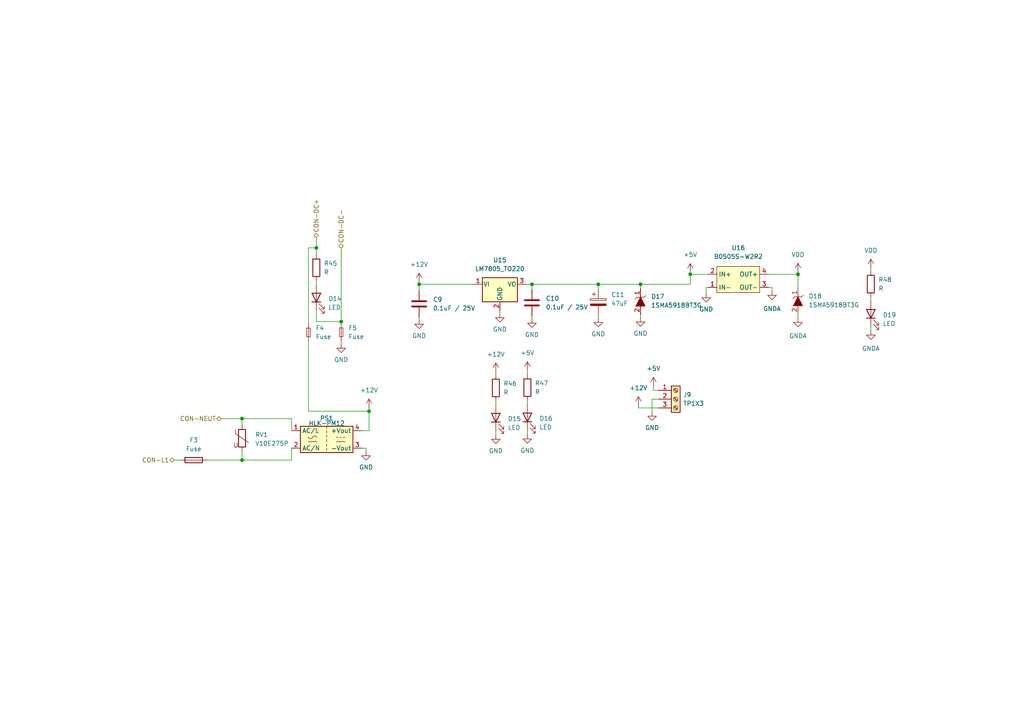
<source format=kicad_sch>
(kicad_sch (version 20211123) (generator eeschema)
  (paper "A4")
  (lib_symbols
    (symbol "Connector:Screw_Terminal_01x03" (pin_names (offset 1.016) hide)
      (property "Reference" "J" (at 0 5.08 0))
      (property "Value" "Screw_Terminal_01x03" (at 0 -5.08 0))
      (symbol "Screw_Terminal_01x03_1_1"
        (rectangle (start -1.27 3.81) (end 1.27 -3.81) (stroke (width 0.254)) (fill (type background)))
        (circle (center 0 -2.54) (radius 0.635) (stroke (width 0.1524)))
        (polyline (pts (xy -0.5334 -2.2098) (xy 0.3302 -3.048)) (stroke (width 0.1524)))
        (polyline (pts (xy -0.5334 0.3302) (xy 0.3302 -0.508)) (stroke (width 0.1524)))
        (polyline (pts (xy -0.5334 2.8702) (xy 0.3302 2.032)) (stroke (width 0.1524)))
        (polyline (pts (xy -0.3556 -2.032) (xy 0.508 -2.8702)) (stroke (width 0.1524)))
        (polyline (pts (xy -0.3556 0.508) (xy 0.508 -0.3302)) (stroke (width 0.1524)))
        (polyline (pts (xy -0.3556 3.048) (xy 0.508 2.2098)) (stroke (width 0.1524)))
        (circle (center 0 0) (radius 0.635) (stroke (width 0.1524)))
        (circle (center 0 2.54) (radius 0.635) (stroke (width 0.1524)))
        (pin passive line (at -5.08 2.54 0) (length 3.81) (name "Pin_1") (number "1"))
        (pin passive line (at -5.08 0 0) (length 3.81) (name "Pin_2") (number "2"))
        (pin passive line (at -5.08 -2.54 0) (length 3.81) (name "Pin_3") (number "3"))
      )
    )
    (symbol "Converter_ACDC:HLK-PM12"
      (property "Reference" "PS" (at 0 5.08 0))
      (property "Value" "HLK-PM12" (at 0 -5.08 0))
      (symbol "HLK-PM12_0_1"
        (rectangle (start -7.62 3.81) (end 7.62 -3.81) (stroke (width 0.254)) (fill (type background)))
        (arc (start -5.334 0.635) (mid -4.699 0.2495) (end -4.064 0.635))
        (arc (start -2.794 0.635) (mid -3.429 1.0072) (end -4.064 0.635))
        (polyline (pts (xy -5.334 -0.635) (xy -2.794 -0.635)))
        (polyline (pts (xy 0 -2.54) (xy 0 -3.175)))
        (polyline (pts (xy 0 -1.27) (xy 0 -1.905)))
        (polyline (pts (xy 0 0) (xy 0 -0.635)))
        (polyline (pts (xy 0 1.27) (xy 0 0.635)))
        (polyline (pts (xy 0 2.54) (xy 0 1.905)))
        (polyline (pts (xy 0 3.81) (xy 0 3.175)))
        (polyline (pts (xy 2.794 -0.635) (xy 5.334 -0.635)))
        (polyline (pts (xy 2.794 0.635) (xy 3.302 0.635)))
        (polyline (pts (xy 3.81 0.635) (xy 4.318 0.635)))
        (polyline (pts (xy 4.826 0.635) (xy 5.334 0.635)))
      )
      (symbol "HLK-PM12_1_1"
        (pin power_in line (at -10.16 2.54 0) (length 2.54) (name "AC/L") (number "1"))
        (pin power_in line (at -10.16 -2.54 0) (length 2.54) (name "AC/N") (number "2"))
        (pin power_out line (at 10.16 -2.54 180) (length 2.54) (name "-Vout") (number "3"))
        (pin power_out line (at 10.16 2.54 180) (length 2.54) (name "+Vout") (number "4"))
      )
    )
    (symbol "Device:C" (pin_numbers hide) (pin_names (offset 0.254))
      (property "Reference" "C" (at 0.635 2.54 0))
      (property "Value" "C" (at 0.635 -2.54 0))
      (symbol "C_0_1"
        (polyline (pts (xy -2.032 -0.762) (xy 2.032 -0.762)) (stroke (width 0.508)))
        (polyline (pts (xy -2.032 0.762) (xy 2.032 0.762)) (stroke (width 0.508)))
      )
      (symbol "C_1_1"
        (pin passive line (at 0 3.81 270) (length 2.794) (name "~") (number "1"))
        (pin passive line (at 0 -3.81 90) (length 2.794) (name "~") (number "2"))
      )
    )
    (symbol "Device:C_Polarized" (pin_numbers hide) (pin_names (offset 0.254))
      (property "Reference" "C" (at 0.635 2.54 0))
      (property "Value" "C_Polarized" (at 0.635 -2.54 0))
      (symbol "C_Polarized_0_1"
        (rectangle (start -2.286 0.508) (end 2.286 1.016))
        (polyline (pts (xy -1.778 2.286) (xy -0.762 2.286)))
        (polyline (pts (xy -1.27 2.794) (xy -1.27 1.778)))
        (rectangle (start 2.286 -0.508) (end -2.286 -1.016) (fill (type outline)))
      )
      (symbol "C_Polarized_1_1"
        (pin passive line (at 0 3.81 270) (length 2.794) (name "~") (number "1"))
        (pin passive line (at 0 -3.81 90) (length 2.794) (name "~") (number "2"))
      )
    )
    (symbol "Device:Fuse" (pin_numbers hide) (pin_names (offset 0))
      (property "Reference" "F" (at 2.032 0 90))
      (property "Value" "Fuse" (at -1.905 0 90))
      (symbol "Fuse_0_1"
        (rectangle (start -0.762 -2.54) (end 0.762 2.54) (stroke (width 0.254)))
        (polyline (pts (xy 0 2.54) (xy 0 -2.54)))
      )
      (symbol "Fuse_1_1"
        (pin passive line (at 0 3.81 270) (length 1.27) (name "~") (number "1"))
        (pin passive line (at 0 -3.81 90) (length 1.27) (name "~") (number "2"))
      )
    )
    (symbol "Device:Fuse_Small" (pin_numbers hide) (pin_names (offset 0.254) hide)
      (property "Reference" "F" (at 0 -1.524 0))
      (property "Value" "Fuse_Small" (at 0 1.524 0))
      (symbol "Fuse_Small_0_1"
        (rectangle (start -1.27 0.508) (end 1.27 -0.508))
        (polyline (pts (xy -1.27 0) (xy 1.27 0)))
      )
      (symbol "Fuse_Small_1_1"
        (pin passive line (at -2.54 0 0) (length 1.27) (name "~") (number "1"))
        (pin passive line (at 2.54 0 180) (length 1.27) (name "~") (number "2"))
      )
    )
    (symbol "Device:LED" (pin_numbers hide) (pin_names (offset 1.016) hide)
      (property "Reference" "D" (at 0 2.54 0))
      (property "Value" "LED" (at 0 -2.54 0))
      (symbol "LED_0_1"
        (polyline (pts (xy -1.27 -1.27) (xy -1.27 1.27)) (stroke (width 0.254)))
        (polyline (pts (xy -1.27 0) (xy 1.27 0)))
        (polyline (pts (xy 1.27 -1.27) (xy 1.27 1.27) (xy -1.27 0) (xy 1.27 -1.27)) (stroke (width 0.254)))
        (polyline (pts (xy -3.048 -0.762) (xy -4.572 -2.286) (xy -3.81 -2.286) (xy -4.572 -2.286) (xy -4.572 -1.524)))
        (polyline (pts (xy -1.778 -0.762) (xy -3.302 -2.286) (xy -2.54 -2.286) (xy -3.302 -2.286) (xy -3.302 -1.524)))
      )
      (symbol "LED_1_1"
        (pin passive line (at -3.81 0 0) (length 2.54) (name "K") (number "1"))
        (pin passive line (at 3.81 0 180) (length 2.54) (name "A") (number "2"))
      )
    )
    (symbol "Device:R" (pin_numbers hide) (pin_names (offset 0))
      (property "Reference" "R" (at 2.032 0 90))
      (property "Value" "R" (at 0 0 90))
      (symbol "R_0_1"
        (rectangle (start -1.016 -2.54) (end 1.016 2.54) (stroke (width 0.254)))
      )
      (symbol "R_1_1"
        (pin passive line (at 0 3.81 270) (length 1.27) (name "~") (number "1"))
        (pin passive line (at 0 -3.81 90) (length 1.27) (name "~") (number "2"))
      )
    )
    (symbol "Device:Varistor" (pin_numbers hide) (pin_names (offset 0))
      (property "Reference" "RV" (at 3.175 0 90))
      (property "Value" "Varistor" (at -3.175 0 90))
      (symbol "Varistor_0_0"
        (text "U" (at -1.778 -2.032 0) (effects (font (size 1.27 1.27))))
      )
      (symbol "Varistor_0_1"
        (rectangle (start -1.016 -2.54) (end 1.016 2.54) (stroke (width 0.254)))
        (polyline (pts (xy -1.905 2.54) (xy -1.905 1.27) (xy 1.905 -1.27)))
      )
      (symbol "Varistor_1_1"
        (pin passive line (at 0 3.81 270) (length 1.27) (name "~") (number "1"))
        (pin passive line (at 0 -3.81 90) (length 1.27) (name "~") (number "2"))
      )
    )
    (symbol "Regulator_Linear:LM7805_TO220" (pin_names (offset 0.254))
      (property "Reference" "U" (at -3.81 3.175 0))
      (property "Value" "LM7805_TO220" (at 0 3.175 0))
      (symbol "LM7805_TO220_0_1"
        (rectangle (start -5.08 1.905) (end 5.08 -5.08) (stroke (width 0.254)) (fill (type background)))
      )
      (symbol "LM7805_TO220_1_1"
        (pin power_in line (at -7.62 0 0) (length 2.54) (name "VI") (number "1"))
        (pin power_in line (at 0 -7.62 90) (length 2.54) (name "GND") (number "2"))
        (pin power_out line (at 7.62 0 180) (length 2.54) (name "VO") (number "3"))
      )
    )
    (symbol "nuevos simvolos:1SMA5918BT3G"
      (property "Reference" "D" (at 0 -2.54 0))
      (property "Value" "1SMA5918BT3G" (at 0 -4.064 0))
      (symbol "1SMA5918BT3G_0_1"
        (polyline (pts (xy -0.762 -1.524) (xy -1.27 -1.016) (xy -1.27 1.016) (xy -1.778 1.524)))
        (polyline (pts (xy 1.27 -1.27) (xy 1.27 1.27) (xy -1.27 0) (xy 1.27 -1.27)) (stroke (width 0.254)) (fill (type outline)))
      )
      (symbol "1SMA5918BT3G_1_1"
        (pin passive line (at -3.81 0 0) (length 2.54) (name "") (number "1"))
        (pin passive line (at 3.81 0 180) (length 2.54) (name "") (number "2"))
      )
    )
    (symbol "nuevos simvolos:B0505S-W2R2"
      (property "Reference" "U" (at 0 6.604 0))
      (property "Value" "B0505S-W2R2" (at 0 4.9784 0))
      (symbol "B0505S-W2R2_0_1"
        (rectangle (start -6.35 4.064) (end 6.096 -3.556) (fill (type background)))
      )
      (symbol "B0505S-W2R2_1_1"
        (pin output line (at -8.89 -2.032 0) (length 2.54) (name "IN-") (number "1"))
        (pin input line (at -8.89 1.778 0) (length 2.54) (name "IN+") (number "2"))
        (pin output line (at 8.636 -2.032 180) (length 2.54) (name "OUT-") (number "3"))
        (pin output line (at 8.636 1.778 180) (length 2.54) (name "OUT+") (number "4"))
      )
    )
    (symbol "power:+12V" (power) (pin_names (offset 0))
      (property "Value" "+12V" (at 0 3.556 0))
      (symbol "+12V_0_1"
        (polyline (pts (xy -0.762 1.27) (xy 0 2.54)))
        (polyline (pts (xy 0 0) (xy 0 2.54)))
        (polyline (pts (xy 0 2.54) (xy 0.762 1.27)))
      )
      (symbol "+12V_1_1"
        (pin power_in line (at 0 0 90) (length 0) hide (name "+12V") (number "1"))
      )
    )
    (symbol "power:+5V" (power) (pin_names (offset 0))
      (property "Value" "+5V" (at 0 3.556 0))
      (symbol "+5V_0_1"
        (polyline (pts (xy -0.762 1.27) (xy 0 2.54)))
        (polyline (pts (xy 0 0) (xy 0 2.54)))
        (polyline (pts (xy 0 2.54) (xy 0.762 1.27)))
      )
      (symbol "+5V_1_1"
        (pin power_in line (at 0 0 90) (length 0) hide (name "+5V") (number "1"))
      )
    )
    (symbol "power:GND" (power) (pin_names (offset 0))
      (property "Value" "GND" (at 0 -3.81 0))
      (symbol "GND_0_1"
        (polyline (pts (xy 0 0) (xy 0 -1.27) (xy 1.27 -1.27) (xy 0 -2.54) (xy -1.27 -1.27) (xy 0 -1.27)))
      )
      (symbol "GND_1_1"
        (pin power_in line (at 0 0 270) (length 0) hide (name "GND") (number "1"))
      )
    )
    (symbol "power:GNDA" (power) (pin_names (offset 0))
      (property "Value" "GNDA" (at 0 -3.81 0))
      (symbol "GNDA_0_1"
        (polyline (pts (xy 0 0) (xy 0 -1.27) (xy 1.27 -1.27) (xy 0 -2.54) (xy -1.27 -1.27) (xy 0 -1.27)))
      )
      (symbol "GNDA_1_1"
        (pin power_in line (at 0 0 270) (length 0) hide (name "GNDA") (number "1"))
      )
    )
    (symbol "power:VDD" (power) (pin_names (offset 0))
      (property "Value" "VDD" (at 0 3.81 0))
      (symbol "VDD_0_1"
        (polyline (pts (xy -0.762 1.27) (xy 0 2.54)))
        (polyline (pts (xy 0 0) (xy 0 2.54)))
        (polyline (pts (xy 0 2.54) (xy 0.762 1.27)))
      )
      (symbol "VDD_1_1"
        (pin power_in line (at 0 0 90) (length 0) hide (name "VDD") (number "1"))
      )
    )
  )
  (junction (at 121.5644 82.4484))
  (junction (at 154.2796 82.4484))
  (junction (at 185.7756 82.4484))
  (junction (at 70.2056 121.412))
  (junction (at 70.2056 133.4516))
  (junction (at 107.0356 119.2784))
  (junction (at 231.4448 79.5528))
  (junction (at 91.7448 71.882))
  (junction (at 200.2028 79.5528))
  (junction (at 98.9584 93.2688))
  (junction (at 173.5328 82.4484))
  (wire (pts (xy 154.2796 82.4484) (xy 173.5328 82.4484)))
  (wire (pts (xy 200.2028 82.4484) (xy 200.2028 79.5528)))
  (wire (pts (xy 189.1284 115.7732) (xy 189.1284 119.4308)))
  (wire (pts (xy 231.4448 78.9432) (xy 231.4448 79.5528)))
  (wire (pts (xy 70.2056 121.412) (xy 84.582 121.412)))
  (wire (pts (xy 252.5776 94.8436) (xy 252.5776 95.9104)))
  (wire (pts (xy 89.4588 98.9584) (xy 89.4588 119.2784)))
  (wire (pts (xy 185.7756 82.4484) (xy 185.7756 83.6676)))
  (wire (pts (xy 70.2056 123.2916) (xy 70.2056 121.412)))
  (wire (pts (xy 222.9104 83.3628) (xy 223.9264 83.3628)))
  (wire (pts (xy 144.9832 90.0684) (xy 144.9832 90.8812)))
  (wire (pts (xy 173.5328 91.44) (xy 173.5328 92.2528)))
  (wire (pts (xy 252.5776 86.2076) (xy 252.5776 87.2236)))
  (wire (pts (xy 70.2056 130.9116) (xy 70.2056 133.4516)))
  (wire (pts (xy 84.582 133.4516) (xy 84.582 129.9972)))
  (wire (pts (xy 107.0356 124.9172) (xy 104.902 124.9172)))
  (wire (pts (xy 185.166 118.3132) (xy 190.9064 118.3132)))
  (wire (pts (xy 98.9584 93.2688) (xy 98.9584 93.8276)))
  (wire (pts (xy 173.5328 82.4484) (xy 185.7756 82.4484)))
  (wire (pts (xy 121.5644 91.948) (xy 121.5644 92.7608)))
  (wire (pts (xy 185.7756 82.4484) (xy 200.2028 82.4484)))
  (wire (pts (xy 91.7448 93.2688) (xy 91.7448 90.1192)))
  (wire (pts (xy 50.546 133.4516) (xy 52.3748 133.4516)))
  (wire (pts (xy 252.5776 77.724) (xy 252.5776 78.5876)))
  (wire (pts (xy 104.902 129.9972) (xy 106.172 129.9972)))
  (wire (pts (xy 91.7448 81.4832) (xy 91.7448 82.4992)))
  (wire (pts (xy 84.582 121.412) (xy 84.582 124.9172)))
  (wire (pts (xy 91.7448 68.9356) (xy 91.7448 71.882)))
  (wire (pts (xy 154.2796 91.6432) (xy 154.2796 92.456)))
  (wire (pts (xy 200.2028 79.5528) (xy 205.3844 79.5528)))
  (wire (pts (xy 107.0356 118.2624) (xy 107.0356 119.2784)))
  (wire (pts (xy 89.4588 71.882) (xy 91.7448 71.882)))
  (wire (pts (xy 152.9588 107.4928) (xy 152.9588 108.6104)))
  (wire (pts (xy 185.7756 91.2876) (xy 185.7756 92.1004)))
  (wire (pts (xy 231.4448 91.186) (xy 231.4448 92.2528)))
  (wire (pts (xy 59.9948 133.4516) (xy 70.2056 133.4516)))
  (wire (pts (xy 189.5348 112.014) (xy 189.5348 113.2332)))
  (wire (pts (xy 185.166 117.602) (xy 185.166 118.3132)))
  (wire (pts (xy 106.172 129.9972) (xy 106.172 130.9116)))
  (wire (pts (xy 152.9588 116.2304) (xy 152.9588 117.2464)))
  (wire (pts (xy 70.2056 133.4516) (xy 84.582 133.4516)))
  (wire (pts (xy 137.3632 82.4484) (xy 121.5644 82.4484)))
  (wire (pts (xy 89.4588 119.2784) (xy 107.0356 119.2784)))
  (wire (pts (xy 189.5348 113.2332) (xy 190.9064 113.2332)))
  (wire (pts (xy 98.9584 98.9076) (xy 98.9584 99.7204)))
  (wire (pts (xy 223.9264 83.3628) (xy 223.9264 84.3788)))
  (wire (pts (xy 231.4448 79.5528) (xy 231.4448 83.566)))
  (wire (pts (xy 143.8148 124.968) (xy 143.8148 126.1364)))
  (wire (pts (xy 64.1096 121.412) (xy 70.2056 121.412)))
  (wire (pts (xy 152.9588 124.8664) (xy 152.9588 126.0348)))
  (wire (pts (xy 152.6032 82.4484) (xy 154.2796 82.4484)))
  (wire (pts (xy 91.7448 71.882) (xy 91.7448 73.8632)))
  (wire (pts (xy 143.8148 107.8484) (xy 143.8148 108.712)))
  (wire (pts (xy 89.4588 93.8784) (xy 89.4588 71.882)))
  (wire (pts (xy 107.0356 119.2784) (xy 107.0356 124.9172)))
  (wire (pts (xy 173.5328 82.4484) (xy 173.5328 83.82)))
  (wire (pts (xy 98.9584 71.9836) (xy 98.9584 93.2688)))
  (wire (pts (xy 121.5644 82.4484) (xy 121.5644 84.328)))
  (wire (pts (xy 143.8148 116.332) (xy 143.8148 117.348)))
  (wire (pts (xy 98.9584 93.2688) (xy 91.7448 93.2688)))
  (wire (pts (xy 204.8256 85.09) (xy 204.8256 83.3628)))
  (wire (pts (xy 121.5644 81.788) (xy 121.5644 82.4484)))
  (wire (pts (xy 222.9104 79.5528) (xy 231.4448 79.5528)))
  (wire (pts (xy 204.8256 83.3628) (xy 205.3844 83.3628)))
  (wire (pts (xy 189.1284 115.7732) (xy 190.9064 115.7732)))
  (wire (pts (xy 200.2028 78.994) (xy 200.2028 79.5528)))
  (wire (pts (xy 154.2796 82.4484) (xy 154.2796 84.0232)))
  (hierarchical_label "CON-NEUT" (shape bidirectional) (at 64.1096 121.412 180))
  (hierarchical_label "CON-L1" (shape bidirectional) (at 50.546 133.4516 180))
  (hierarchical_label "CON-DC-" (shape bidirectional) (at 98.9584 71.9836 90))
  (hierarchical_label "CON-DC+" (shape bidirectional) (at 91.7448 68.9356 90))
  (symbol (lib_id "Device:Fuse") (at 56.1848 133.4516 270) (unit 1)
    (property "Reference" "F3" (at 56.1848 127.6604 90))
    (property "Value" "Fuse" (at 56.1848 130.2004 90))
    (property "Footprint" "Fuse:Fuseholder_Clip-5x20mm_Keystone_3517_Inline_P23.11x6.76mm_D1.70mm_Horizontal" (effects hide))
  )
  (symbol (lib_id "power:GND") (at 143.8148 126.1364 0) (unit 1)
    (property "Reference" "#PWR0156" (effects hide))
    (property "Value" "GND" (at 143.8148 130.7592 0))
  )
  (symbol (lib_id "nuevos simvolos:1SMA5918BT3G") (at 185.7756 87.4776 270) (unit 1)
    (property "Reference" "D17" (at 188.8236 86.017 90) (effects (justify left)))
    (property "Value" "1SMA5918BT3G" (at 188.8236 88.557 90) (effects (justify left)))
    (property "Footprint" "Diode_SMD:D_SMB" (effects hide))
    (property "Datasheet" "https://www.mouser.com/datasheet/2/308/1SMA5913BT3_D-2309368.pdf" (effects hide))
  )
  (symbol (lib_id "power:VDD") (at 252.5776 77.724 0) (unit 1)
    (property "Reference" "#PWR0162" (effects hide))
    (property "Value" "VDD" (at 252.5776 72.644 0))
  )
  (symbol (lib_id "power:+12V") (at 107.0356 118.2624 0) (unit 1)
    (property "Reference" "#PWR0171" (effects hide))
    (property "Value" "+12V" (at 107.0356 113.1824 0))
  )
  (symbol (lib_id "power:GND") (at 204.8256 85.09 0) (unit 1)
    (property "Reference" "#PWR0163" (effects hide))
    (property "Value" "GND" (at 204.8256 89.7128 0))
  )
  (symbol (lib_id "Device:R") (at 252.5776 82.3976 0) (unit 1)
    (property "Reference" "R48" (at 254.762 81.1275 0) (effects (justify left)))
    (property "Value" "R" (at 254.762 83.6675 0) (effects (justify left)))
    (property "Footprint" "Resistor_SMD:R_0805_2012Metric" (effects hide))
  )
  (symbol (lib_id "Device:LED") (at 143.8148 121.158 90) (unit 1)
    (property "Reference" "D15" (at 147.2692 121.4754 90) (effects (justify right)))
    (property "Value" "LED" (at 147.2692 124.0154 90) (effects (justify right)))
    (property "Footprint" "LED_SMD:LED_0805_2012Metric" (effects hide))
  )
  (symbol (lib_id "Device:LED") (at 252.5776 91.0336 90) (unit 1)
    (property "Reference" "D19" (at 256.032 91.351 90) (effects (justify right)))
    (property "Value" "LED" (at 256.032 93.891 90) (effects (justify right)))
    (property "Footprint" "LED_SMD:LED_0805_2012Metric" (effects hide))
  )
  (symbol (lib_id "Device:R") (at 152.9588 112.4204 0) (unit 1)
    (property "Reference" "R47" (at 155.1432 111.1503 0) (effects (justify left)))
    (property "Value" "R" (at 155.1432 113.6903 0) (effects (justify left)))
    (property "Footprint" "Resistor_SMD:R_0805_2012Metric" (effects hide))
  )
  (symbol (lib_id "power:GND") (at 152.9588 126.0348 0) (unit 1)
    (property "Reference" "#PWR0155" (effects hide))
    (property "Value" "GND" (at 152.9588 130.6576 0))
  )
  (symbol (lib_id "Device:LED") (at 152.9588 121.0564 90) (unit 1)
    (property "Reference" "D16" (at 156.4132 121.3738 90) (effects (justify right)))
    (property "Value" "LED" (at 156.4132 123.9138 90) (effects (justify right)))
    (property "Footprint" "LED_SMD:LED_0805_2012Metric" (effects hide))
  )
  (symbol (lib_id "Converter_ACDC:HLK-PM12") (at 94.742 127.4572 0) (unit 1)
    (property "Reference" "PS1" (at 94.742 121.3104 0))
    (property "Value" "HLK-PM12" (at 94.742 122.7836 0))
    (property "Footprint" "Converter_ACDC:Converter_ACDC_HiLink_HLK-PMxx" (effects hide))
    (property "Datasheet" "http://www.hlktech.net/product_detail.php?ProId=56" (effects hide))
  )
  (symbol (lib_id "Device:R") (at 91.7448 77.6732 0) (unit 1)
    (property "Reference" "R45" (at 93.9292 76.4031 0) (effects (justify left)))
    (property "Value" "R" (at 93.9292 78.9431 0) (effects (justify left)))
    (property "Footprint" "Resistor_SMD:R_0805_2012Metric" (effects hide))
  )
  (symbol (lib_id "power:GND") (at 189.1284 119.4308 0) (unit 1)
    (property "Reference" "#PWR0185" (effects hide))
    (property "Value" "GND" (at 189.1284 124.0536 0))
  )
  (symbol (lib_id "Device:Varistor") (at 70.2056 127.1016 0) (unit 1)
    (property "Reference" "RV1" (at 73.9648 126.0847 0) (effects (justify left)))
    (property "Value" "V10E275P" (at 73.9648 128.6247 0) (effects (justify left)))
    (property "Footprint" "varistor:VAR_B72210S1140K501" (effects hide))
  )
  (symbol (lib_id "nuevos simvolos:1SMA5918BT3G") (at 231.4448 87.376 270) (unit 1)
    (property "Reference" "D18" (at 234.4928 85.9154 90) (effects (justify left)))
    (property "Value" "1SMA5918BT3G" (at 234.4928 88.4554 90) (effects (justify left)))
    (property "Footprint" "Diode_SMD:D_SMB" (effects hide))
    (property "Datasheet" "https://www.mouser.com/datasheet/2/308/1SMA5913BT3_D-2309368.pdf" (effects hide))
  )
  (symbol (lib_id "power:GND") (at 185.7756 92.1004 0) (unit 1)
    (property "Reference" "#PWR0165" (effects hide))
    (property "Value" "GND" (at 185.7756 96.7232 0))
  )
  (symbol (lib_id "power:VDD") (at 231.4448 78.9432 0) (unit 1)
    (property "Reference" "#PWR0168" (effects hide))
    (property "Value" "VDD" (at 231.4448 73.8632 0))
  )
  (symbol (lib_id "power:GNDA") (at 252.5776 95.9104 0) (unit 1)
    (property "Reference" "#PWR0161" (effects hide))
    (property "Value" "GNDA" (at 252.5776 101.092 0))
  )
  (symbol (lib_id "power:GND") (at 154.2796 92.456 0) (unit 1)
    (property "Reference" "#PWR0154" (effects hide))
    (property "Value" "GND" (at 154.2796 97.0788 0))
  )
  (symbol (lib_id "power:+5V") (at 200.2028 78.994 0) (unit 1)
    (property "Reference" "#PWR0166" (effects hide))
    (property "Value" "+5V" (at 200.2028 73.8632 0))
  )
  (symbol (lib_id "power:+12V") (at 143.8148 107.8484 0) (unit 1)
    (property "Reference" "#PWR0159" (effects hide))
    (property "Value" "+12V" (at 143.8148 102.7684 0))
  )
  (symbol (lib_id "power:GNDA") (at 223.9264 84.3788 0) (unit 1)
    (property "Reference" "#PWR0169" (effects hide))
    (property "Value" "GNDA" (at 223.9264 89.5604 0))
  )
  (symbol (lib_id "power:GND") (at 144.9832 90.8812 0) (unit 1)
    (property "Reference" "#PWR0153" (effects hide))
    (property "Value" "GND" (at 144.9832 95.504 0))
  )
  (symbol (lib_id "Device:LED") (at 91.7448 86.3092 90) (unit 1)
    (property "Reference" "D14" (at 95.1992 86.6266 90) (effects (justify right)))
    (property "Value" "LED" (at 95.1992 89.1666 90) (effects (justify right)))
    (property "Footprint" "LED_SMD:LED_0805_2012Metric" (effects hide))
  )
  (symbol (lib_id "Device:C") (at 154.2796 87.8332 0) (unit 1)
    (property "Reference" "C10" (at 158.2928 86.5631 0) (effects (justify left)))
    (property "Value" "0.1uF / 25V" (at 158.2928 89.1031 0) (effects (justify left)))
    (property "Footprint" "Capacitor_SMD:C_0805_2012Metric" (effects hide))
  )
  (symbol (lib_id "power:GND") (at 106.172 130.9116 0) (unit 1)
    (property "Reference" "#PWR0170" (effects hide))
    (property "Value" "GND" (at 106.172 135.5344 0))
  )
  (symbol (lib_id "power:+12V") (at 121.5644 81.788 0) (unit 1)
    (property "Reference" "#PWR0157" (effects hide))
    (property "Value" "+12V" (at 121.5644 76.708 0))
  )
  (symbol (lib_id "power:GNDA") (at 231.4448 92.2528 0) (unit 1)
    (property "Reference" "#PWR0167" (effects hide))
    (property "Value" "GNDA" (at 231.4448 97.4344 0))
  )
  (symbol (lib_id "power:GND") (at 121.5644 92.7608 0) (unit 1)
    (property "Reference" "#PWR0158" (effects hide))
    (property "Value" "GND" (at 121.5644 97.3836 0))
  )
  (symbol (lib_id "power:GND") (at 98.9584 99.7204 0) (unit 1)
    (property "Reference" "#PWR0172" (effects hide))
    (property "Value" "GND" (at 98.9584 104.3432 0))
  )
  (symbol (lib_id "power:+5V") (at 152.9588 107.4928 0) (unit 1)
    (property "Reference" "#PWR0160" (effects hide))
    (property "Value" "+5V" (at 152.9588 102.362 0))
  )
  (symbol (lib_id "nuevos simvolos:B0505S-W2R2") (at 214.2744 81.3308 0) (unit 1)
    (property "Reference" "U16" (at 214.1474 71.882 0))
    (property "Value" "B0505S-W2R2" (at 214.1474 74.422 0))
    (property "Footprint" "nuevo simbolo:B0505S-W2R2" (effects hide))
    (property "Datasheet" "https://www.mouser.com/datasheet/2/942/SF_IB-1508439.pdf" (effects hide))
  )
  (symbol (lib_id "Device:R") (at 143.8148 112.522 0) (unit 1)
    (property "Reference" "R46" (at 145.9992 111.2519 0) (effects (justify left)))
    (property "Value" "R" (at 145.9992 113.7919 0) (effects (justify left)))
    (property "Footprint" "Resistor_SMD:R_0805_2012Metric" (effects hide))
  )
  (symbol (lib_id "Connector:Screw_Terminal_01x03") (at 195.9864 115.7732 0) (unit 1)
    (property "Reference" "J9" (at 198.12 114.5031 0) (effects (justify left)))
    (property "Value" "TP1X3" (at 198.12 117.0431 0) (effects (justify left)))
    (property "Footprint" "Connector_PinHeader_2.54mm:PinHeader_1x03_P2.54mm_Vertical" (effects hide))
  )
  (symbol (lib_id "power:GND") (at 173.5328 92.2528 0) (unit 1)
    (property "Reference" "#PWR0164" (effects hide))
    (property "Value" "GND" (at 173.5328 96.8756 0))
  )
  (symbol (lib_id "power:+5V") (at 189.5348 112.014 0) (unit 1)
    (property "Reference" "#PWR0186" (effects hide))
    (property "Value" "+5V" (at 189.5348 106.8832 0))
  )
  (symbol (lib_id "Device:Fuse_Small") (at 98.9584 96.3676 90) (unit 1)
    (property "Reference" "F5" (at 101.0412 95.0975 90) (effects (justify right)))
    (property "Value" "Fuse" (at 101.0412 97.6375 90) (effects (justify right)))
    (property "Footprint" "Nueva carpeta:RESC3115X65N" (effects hide))
  )
  (symbol (lib_id "Device:Fuse_Small") (at 89.4588 96.4184 90) (unit 1)
    (property "Reference" "F4" (at 91.5416 95.1483 90) (effects (justify right)))
    (property "Value" "Fuse" (at 91.5416 97.6883 90) (effects (justify right)))
    (property "Footprint" "Nueva carpeta:RESC3115X65N" (effects hide))
  )
  (symbol (lib_id "Device:C_Polarized") (at 173.5328 87.63 0) (unit 1)
    (property "Reference" "C11" (at 177.2412 85.4709 0) (effects (justify left)))
    (property "Value" "47uF" (at 177.2412 88.0109 0) (effects (justify left)))
    (property "Footprint" "Capacitor_SMD:CP_Elec_6.3x5.7" (effects hide))
  )
  (symbol (lib_id "Device:C") (at 121.5644 88.138 0) (unit 1)
    (property "Reference" "C9" (at 125.5776 86.8679 0) (effects (justify left)))
    (property "Value" "0.1uF / 25V" (at 125.5776 89.4079 0) (effects (justify left)))
    (property "Footprint" "Capacitor_SMD:C_0805_2012Metric" (effects hide))
  )
  (symbol (lib_id "Regulator_Linear:LM7805_TO220") (at 144.9832 82.4484 0) (unit 1)
    (property "Reference" "U15" (at 144.9832 75.438 0))
    (property "Value" "LM7805_TO220" (at 144.9832 77.978 0))
    (property "Footprint" "Package_TO_SOT_THT:TO-220-3_Vertical" (effects hide))
    (property "Datasheet" "https://www.onsemi.cn/PowerSolutions/document/MC7800-D.PDF" (effects hide))
  )
  (symbol (lib_id "power:+12V") (at 185.166 117.602 0) (unit 1)
    (property "Reference" "#PWR0187" (effects hide))
    (property "Value" "+12V" (at 185.166 112.522 0))
  )
)
</source>
